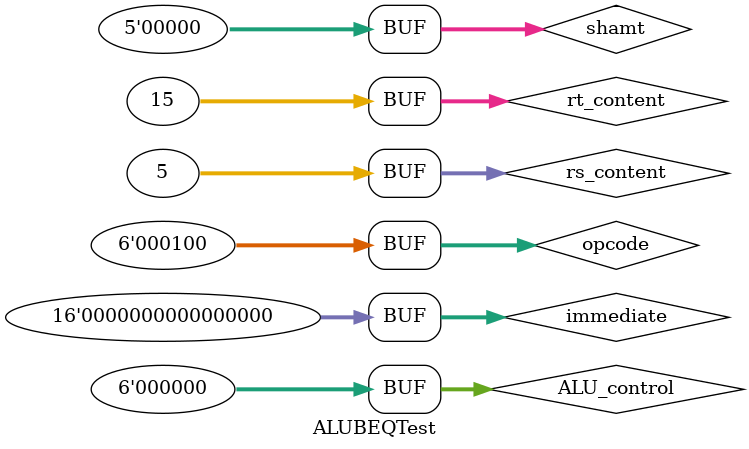
<source format=v>
`timescale 1ns / 1ps


module ALUBEQTest;

	// Inputs
	reg [5:0] opcode;
	reg [31:0] rs_content;
	reg [31:0] rt_content;
	reg [4:0] shamt;
	reg [5:0] ALU_control;
	reg [15:0] immediate;

	// Outputs
	wire [31:0] ALU_result;
	wire sig_branch;

	// Instantiate the Unit Under Test (UUT)
	ALU uut (
		.ALU_result(ALU_result), 
		.sig_branch(sig_branch), 
		.opcode(opcode), 
		.rs_content(rs_content), 
		.rt_content(rt_content), 
		.shamt(shamt), 
		.ALU_control(ALU_control), 
		.immediate(immediate)
	);

	initial begin
		// Initialize Inputs
		opcode = 0;
		rs_content = 0;
		rt_content = 0;
		shamt = 0;
		ALU_control = 0;
		immediate = 0;

		// Wait 100 ns for global reset to finish
		#100;
        
		// Add stimulus here
		// Testing BEQ
		
		opcode = 6'b000100;
		rs_content = 15;
		rt_content = 12;
		shamt = 0;
		ALU_control = 0;
		immediate = 0;
		#100;
		
		opcode = 6'b000100;
		rs_content = 15;
		rt_content = 15;
		shamt = 0;
		ALU_control = 0;
		immediate = 0;
		#100;

		opcode = 6'b000100;
		rs_content = 5;
		rt_content = 15;
		shamt = 0;
		ALU_control = 0;
		immediate = 0;
		#100;
		

	end
      
endmodule


</source>
